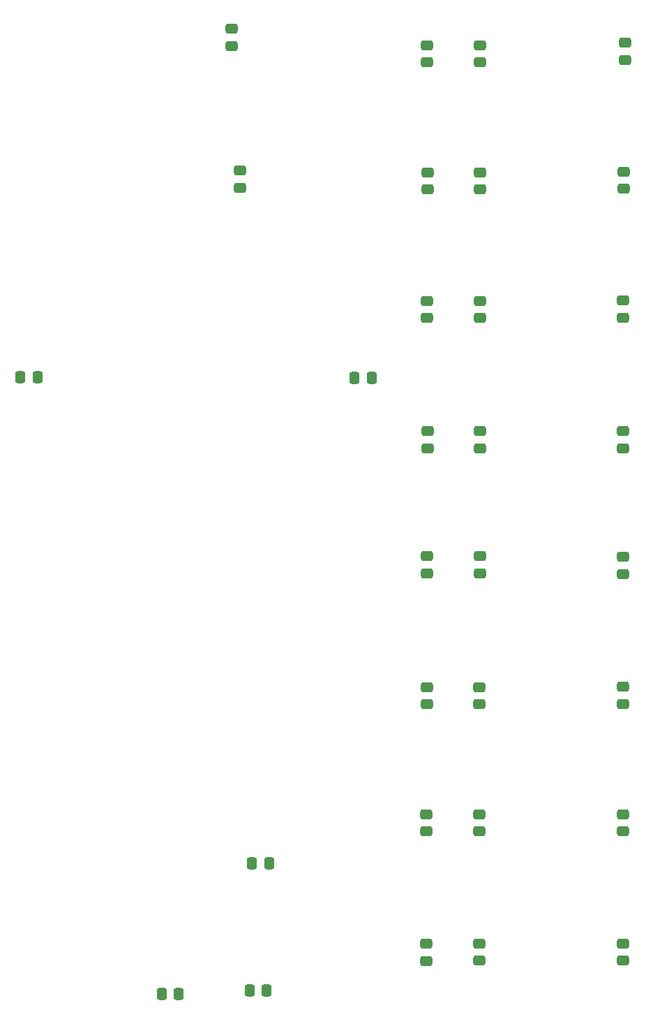
<source format=gbp>
G04 #@! TF.GenerationSoftware,KiCad,Pcbnew,8.0.5*
G04 #@! TF.CreationDate,2025-01-10T10:03:17-04:00*
G04 #@! TF.ProjectId,RAMEXB_V2_2,52414d45-5842-45f5-9632-5f322e6b6963,rev?*
G04 #@! TF.SameCoordinates,Original*
G04 #@! TF.FileFunction,Paste,Bot*
G04 #@! TF.FilePolarity,Positive*
%FSLAX46Y46*%
G04 Gerber Fmt 4.6, Leading zero omitted, Abs format (unit mm)*
G04 Created by KiCad (PCBNEW 8.0.5) date 2025-01-10 10:03:17*
%MOMM*%
%LPD*%
G01*
G04 APERTURE LIST*
G04 Aperture macros list*
%AMRoundRect*
0 Rectangle with rounded corners*
0 $1 Rounding radius*
0 $2 $3 $4 $5 $6 $7 $8 $9 X,Y pos of 4 corners*
0 Add a 4 corners polygon primitive as box body*
4,1,4,$2,$3,$4,$5,$6,$7,$8,$9,$2,$3,0*
0 Add four circle primitives for the rounded corners*
1,1,$1+$1,$2,$3*
1,1,$1+$1,$4,$5*
1,1,$1+$1,$6,$7*
1,1,$1+$1,$8,$9*
0 Add four rect primitives between the rounded corners*
20,1,$1+$1,$2,$3,$4,$5,0*
20,1,$1+$1,$4,$5,$6,$7,0*
20,1,$1+$1,$6,$7,$8,$9,0*
20,1,$1+$1,$8,$9,$2,$3,0*%
G04 Aperture macros list end*
%ADD10RoundRect,0.250000X0.475000X-0.337500X0.475000X0.337500X-0.475000X0.337500X-0.475000X-0.337500X0*%
%ADD11RoundRect,0.250000X0.337500X0.475000X-0.337500X0.475000X-0.337500X-0.475000X0.337500X-0.475000X0*%
G04 APERTURE END LIST*
D10*
G04 #@! TO.C,C22*
X219825000Y-117343900D03*
X219825000Y-115268900D03*
G04 #@! TD*
G04 #@! TO.C,C6*
X243660000Y-70891200D03*
X243660000Y-68816200D03*
G04 #@! TD*
G04 #@! TO.C,C8*
X219875000Y-24123700D03*
X219875000Y-22048700D03*
G04 #@! TD*
G04 #@! TO.C,C26*
X226300000Y-39537500D03*
X226300000Y-37462500D03*
G04 #@! TD*
G04 #@! TO.C,C17*
X243630000Y-132997500D03*
X243630000Y-130922500D03*
G04 #@! TD*
G04 #@! TO.C,C7*
X226300000Y-70901200D03*
X226300000Y-68826200D03*
G04 #@! TD*
G04 #@! TO.C,C23*
X226250000Y-132992500D03*
X226250000Y-130917500D03*
G04 #@! TD*
G04 #@! TO.C,C9*
X243650000Y-86143800D03*
X243650000Y-84068800D03*
G04 #@! TD*
G04 #@! TO.C,C11*
X219905900Y-86049100D03*
X219905900Y-83974100D03*
G04 #@! TD*
G04 #@! TO.C,C19*
X219825000Y-133037500D03*
X219825000Y-130962500D03*
G04 #@! TD*
G04 #@! TO.C,C32*
X243890000Y-23833700D03*
X243890000Y-21758700D03*
G04 #@! TD*
G04 #@! TO.C,C5*
X226286000Y-55096700D03*
X226286000Y-53021700D03*
G04 #@! TD*
G04 #@! TO.C,C15*
X226200000Y-101942300D03*
X226200000Y-99867300D03*
G04 #@! TD*
D11*
G04 #@! TO.C,C30*
X213152500Y-62375000D03*
X211077500Y-62375000D03*
G04 #@! TD*
D10*
G04 #@! TO.C,C14*
X243650000Y-101894400D03*
X243650000Y-99819400D03*
G04 #@! TD*
G04 #@! TO.C,C27*
X243710000Y-39427500D03*
X243710000Y-37352500D03*
G04 #@! TD*
G04 #@! TO.C,C13*
X196180000Y-22127500D03*
X196180000Y-20052500D03*
G04 #@! TD*
G04 #@! TO.C,C10*
X226345000Y-86053800D03*
X226345000Y-83978800D03*
G04 #@! TD*
D11*
G04 #@! TO.C,C29*
X200417500Y-136620000D03*
X198342500Y-136620000D03*
G04 #@! TD*
D10*
G04 #@! TO.C,C12*
X219850300Y-101942300D03*
X219850300Y-99867300D03*
G04 #@! TD*
G04 #@! TO.C,C20*
X243670000Y-117351000D03*
X243670000Y-115276000D03*
G04 #@! TD*
G04 #@! TO.C,C4*
X243646000Y-55086700D03*
X243646000Y-53011700D03*
G04 #@! TD*
D11*
G04 #@! TO.C,C16*
X189737700Y-137002100D03*
X187662700Y-137002100D03*
G04 #@! TD*
D10*
G04 #@! TO.C,C18*
X197190000Y-39317500D03*
X197190000Y-37242500D03*
G04 #@! TD*
G04 #@! TO.C,C31*
X226290000Y-24123700D03*
X226290000Y-22048700D03*
G04 #@! TD*
D11*
G04 #@! TO.C,C28*
X200727500Y-121170000D03*
X198652500Y-121170000D03*
G04 #@! TD*
D10*
G04 #@! TO.C,C3*
X219960000Y-70893700D03*
X219960000Y-68818700D03*
G04 #@! TD*
G04 #@! TO.C,C21*
X226225000Y-117343900D03*
X226225000Y-115268900D03*
G04 #@! TD*
G04 #@! TO.C,C24*
X219885000Y-55096700D03*
X219885000Y-53021700D03*
G04 #@! TD*
G04 #@! TO.C,C25*
X219970000Y-39540000D03*
X219970000Y-37465000D03*
G04 #@! TD*
D11*
G04 #@! TO.C,C1*
X172587500Y-62250000D03*
X170512500Y-62250000D03*
G04 #@! TD*
M02*

</source>
